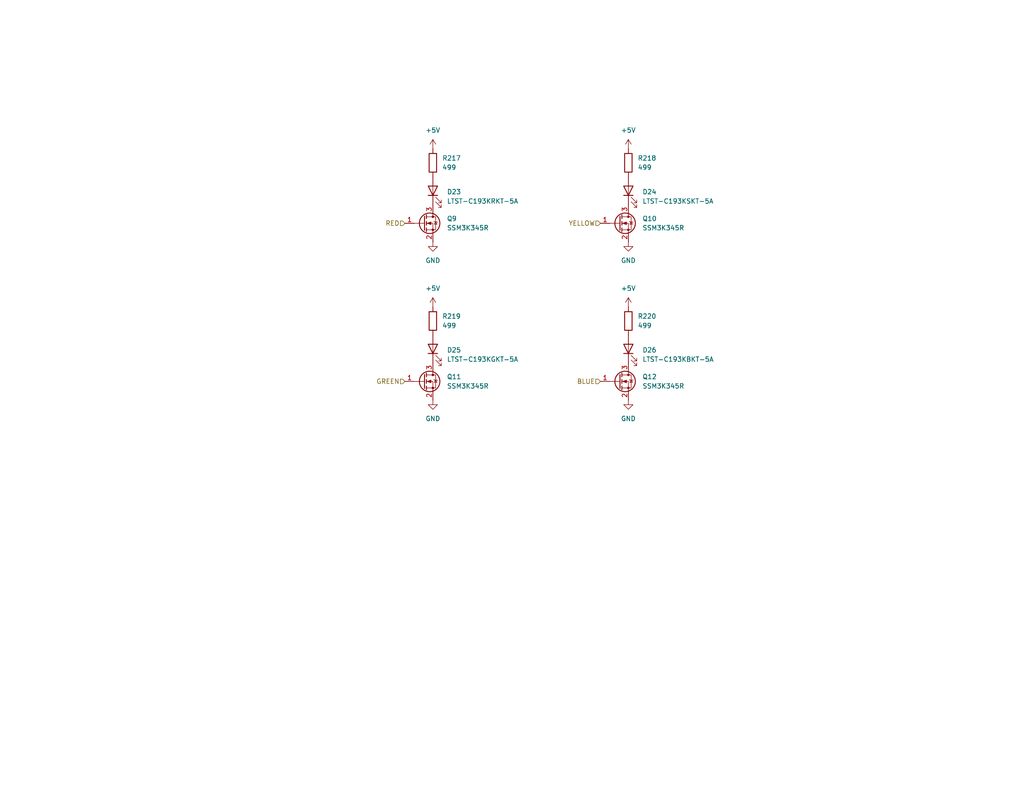
<source format=kicad_sch>
(kicad_sch (version 20231120) (generator "eeschema") (generator_version "8.0")
  (paper "USLetter")
  (title_block (title "QuERI MPU") (date "2024-03-28") (rev "Draft") (company "Noqsi Aerospace Ltd") (comment 1 "15 Blanchard Avenue, Billerica MA 01821") (comment 2 "jpd@noqsi.com"))
  (lib_symbols
    (symbol "LED:IR26-21C_L110_TR8" (pin_numbers hide) (pin_names (offset 1.016) hide)
      (property "Reference" "D" (at 0 2.54 0))
      (property "Value" "IR26-21C_L110_TR8" (at 0 -3.81 0))
      (symbol "IR26-21C_L110_TR8_0_1"
        (polyline (pts (xy -1.27 -1.27) (xy -1.27 1.27)) (stroke (width 0.254)))
        (polyline (pts (xy -1.27 0) (xy 1.27 0)))
        (polyline (pts (xy 1.27 -1.27) (xy 1.27 1.27) (xy -1.27 0) (xy 1.27 -1.27)) (stroke (width 0.254)))
        (polyline (pts (xy -3.048 -0.762) (xy -4.572 -2.286) (xy -3.81 -2.286) (xy -4.572 -2.286) (xy -4.572 -1.524)))
        (polyline (pts (xy -1.778 -0.762) (xy -3.302 -2.286) (xy -2.54 -2.286) (xy -3.302 -2.286) (xy -3.302 -1.524)))
      )
      (symbol "IR26-21C_L110_TR8_1_1"
        (pin passive line (at -3.81 0 0) (length 2.54) (name "K") (number "1"))
        (pin passive line (at 3.81 0 180) (length 2.54) (name "A") (number "2"))
      )
    )
    (symbol "QuERI_symbols:Rlowp" (pin_numbers hide) (pin_names (offset 0))
      (property "Reference" "R" (at 2.032 0 90))
      (property "Value" "Rlowp" (at 0 0 90))
      (symbol "Rlowp_0_1"
        (rectangle (start -1.016 -2.54) (end 1.016 2.54) (stroke (width 0.254)))
      )
      (symbol "Rlowp_1_1"
        (pin passive line (at 0 3.81 270) (length 1.27) (name "~") (number "1"))
        (pin passive line (at 0 -3.81 90) (length 1.27) (name "~") (number "2"))
      )
    )
    (symbol "QuERI_symbols:SSM3K345R" (pin_names hide)
      (property "Reference" "Q" (at 5.08 1.905 0))
      (property "Value" "SSM3K345R" (at 5.08 0 0))
      (symbol "SSM3K345R_0_1"
        (polyline (pts (xy 0.254 0) (xy -2.54 0)))
        (polyline (pts (xy 0.254 1.905) (xy 0.254 -1.905)) (stroke (width 0.254)))
        (polyline (pts (xy 0.762 -1.27) (xy 0.762 -2.286)) (stroke (width 0.254)))
        (polyline (pts (xy 0.762 0.508) (xy 0.762 -0.508)) (stroke (width 0.254)))
        (polyline (pts (xy 0.762 2.286) (xy 0.762 1.27)) (stroke (width 0.254)))
        (polyline (pts (xy 2.54 2.54) (xy 2.54 1.778)))
        (polyline (pts (xy 2.54 -2.54) (xy 2.54 0) (xy 0.762 0)))
        (polyline (pts (xy 0.762 -1.778) (xy 3.302 -1.778) (xy 3.302 1.778) (xy 0.762 1.778)))
        (polyline (pts (xy 1.016 0) (xy 2.032 0.381) (xy 2.032 -0.381) (xy 1.016 0)) (fill (type outline)))
        (polyline (pts (xy 2.794 0.508) (xy 2.921 0.381) (xy 3.683 0.381) (xy 3.81 0.254)))
        (polyline (pts (xy 3.302 0.381) (xy 2.921 -0.254) (xy 3.683 -0.254) (xy 3.302 0.381)))
        (circle (center 1.651 0) (radius 2.794) (stroke (width 0.254)))
        (circle (center 2.54 -1.778) (radius 0.254) (fill (type outline)))
        (circle (center 2.54 1.778) (radius 0.254) (fill (type outline)))
      )
      (symbol "SSM3K345R_1_1"
        (pin input line (at -5.08 0 0) (length 2.54) (name "G") (number "1"))
        (pin passive line (at 2.54 -5.08 90) (length 2.54) (name "S") (number "2"))
        (pin passive line (at 2.54 5.08 270) (length 2.54) (name "D") (number "3"))
      )
    )
    (symbol "power:+5V" (power) (pin_numbers hide) (pin_names (offset 0) hide)
      (property "Value" "+5V" (at 0 3.556 0))
      (symbol "+5V_0_1"
        (polyline (pts (xy -0.762 1.27) (xy 0 2.54)))
        (polyline (pts (xy 0 0) (xy 0 2.54)))
        (polyline (pts (xy 0 2.54) (xy 0.762 1.27)))
      )
      (symbol "+5V_1_1"
        (pin power_in line (at 0 0 90) (length 0) (name "~") (number "1"))
      )
    )
    (symbol "power:GND" (power) (pin_numbers hide) (pin_names (offset 0) hide)
      (property "Value" "GND" (at 0 -3.81 0))
      (symbol "GND_0_1"
        (polyline (pts (xy 0 0) (xy 0 -1.27) (xy 1.27 -1.27) (xy 0 -2.54) (xy -1.27 -1.27) (xy 0 -1.27)))
      )
      (symbol "GND_1_1"
        (pin power_in line (at 0 0 270) (length 0) (name "~") (number "1"))
      )
    )
  )
  (hierarchical_label "BLUE" (shape input) (at 163.83 104.14 180))
  (hierarchical_label "RED" (shape input) (at 110.49 60.96 180))
  (hierarchical_label "GREEN" (shape input) (at 110.49 104.14 180))
  (hierarchical_label "YELLOW" (shape input) (at 163.83 60.96 180))
  (symbol (lib_id "power:+5V") (at 118.11 83.82 0) (unit 1)
    (property "Reference" "#PWR0320" (effects (hide yes)))
    (property "Value" "+5V" (at 118.11 78.74 0))
    (property "Description" "Power symbol creates a global label with name \"+5V\"" (effects (hide yes)))
  )
  (symbol (lib_id "QuERI_symbols:Rlowp") (at 171.45 87.63 0) (unit 1)
    (property "Reference" "R220" (at 173.99 86.3599 0) (effects (justify left)))
    (property "Value" "499" (at 173.99 88.8999 0) (effects (justify left)))
    (property "Footprint" "Resistor_SMD:R_0603_1608Metric" (effects (hide yes)))
    (property "Description" "Resistor" (effects (hide yes)))
    (property "Spec" "1% 1/10W" (effects (hide yes)))
  )
  (symbol (lib_id "LED:IR26-21C_L110_TR8") (at 171.45 95.25 90) (unit 1)
    (property "Reference" "D26" (at 175.26 95.5674 90) (effects (justify right)))
    (property "Value" "LTST-C193KBKT-5A" (at 175.26 98.1074 90) (effects (justify right)))
    (property "Footprint" "LED_SMD:LED_0603_1608Metric" (effects (hide yes)))
    (property "Datasheet" "https://optoelectronics.liteon.com/upload/download/DS22-2005-077/LTST-C193KRKT-5A.PDF" (effects (hide yes)))
    (property "Description" "BLUE LED" (effects (hide yes)))
  )
  (symbol (lib_id "power:+5V") (at 118.11 40.64 0) (unit 1)
    (property "Reference" "#PWR0316" (effects (hide yes)))
    (property "Value" "+5V" (at 118.11 35.56 0))
    (property "Description" "Power symbol creates a global label with name \"+5V\"" (effects (hide yes)))
  )
  (symbol (lib_id "QuERI_symbols:SSM3K345R") (at 168.91 104.14 0) (unit 1)
    (property "Reference" "Q12" (at 175.26 102.8699 0) (effects (justify left)))
    (property "Value" "SSM3K345R" (at 175.26 105.4099 0) (effects (justify left)))
    (property "Footprint" "Package_TO_SOT_SMD:SOT-23" (effects (hide yes)))
    (property "Datasheet" "https://toshiba.semicon-storage.com/info/SSM3K345R_datasheet_en_20221102.pdf?did=55842&prodName=SSM3K345R" (effects (hide yes)))
    (property "Description" "N-Channel MOSFET, SOT-23" (effects (hide yes)))
  )
  (symbol (lib_id "power:GND") (at 171.45 66.04 0) (unit 1)
    (property "Reference" "#PWR0319" (effects (hide yes)))
    (property "Value" "GND" (at 171.45 71.12 0))
    (property "Description" "Power symbol creates a global label with name \"GND\" , ground" (effects (hide yes)))
  )
  (symbol (lib_id "power:GND") (at 171.45 109.22 0) (unit 1)
    (property "Reference" "#PWR0323" (effects (hide yes)))
    (property "Value" "GND" (at 171.45 114.3 0))
    (property "Description" "Power symbol creates a global label with name \"GND\" , ground" (effects (hide yes)))
  )
  (symbol (lib_id "QuERI_symbols:SSM3K345R") (at 168.91 60.96 0) (unit 1)
    (property "Reference" "Q10" (at 175.26 59.6899 0) (effects (justify left)))
    (property "Value" "SSM3K345R" (at 175.26 62.2299 0) (effects (justify left)))
    (property "Footprint" "Package_TO_SOT_SMD:SOT-23" (effects (hide yes)))
    (property "Datasheet" "https://toshiba.semicon-storage.com/info/SSM3K345R_datasheet_en_20221102.pdf?did=55842&prodName=SSM3K345R" (effects (hide yes)))
    (property "Description" "N-Channel MOSFET, SOT-23" (effects (hide yes)))
  )
  (symbol (lib_id "power:+5V") (at 171.45 83.82 0) (unit 1)
    (property "Reference" "#PWR0322" (effects (hide yes)))
    (property "Value" "+5V" (at 171.45 78.74 0))
    (property "Description" "Power symbol creates a global label with name \"+5V\"" (effects (hide yes)))
  )
  (symbol (lib_id "LED:IR26-21C_L110_TR8") (at 118.11 95.25 90) (unit 1)
    (property "Reference" "D25" (at 121.92 95.5674 90) (effects (justify right)))
    (property "Value" "LTST-C193KGKT-5A" (at 121.92 98.1074 90) (effects (justify right)))
    (property "Footprint" "LED_SMD:LED_0603_1608Metric" (effects (hide yes)))
    (property "Datasheet" "https://optoelectronics.liteon.com/upload/download/DS22-2005-077/LTST-C193KRKT-5A.PDF" (effects (hide yes)))
    (property "Description" "GREEN LED" (effects (hide yes)))
  )
  (symbol (lib_id "power:GND") (at 118.11 66.04 0) (unit 1)
    (property "Reference" "#PWR0317" (effects (hide yes)))
    (property "Value" "GND" (at 118.11 71.12 0))
    (property "Description" "Power symbol creates a global label with name \"GND\" , ground" (effects (hide yes)))
  )
  (symbol (lib_id "power:GND") (at 118.11 109.22 0) (unit 1)
    (property "Reference" "#PWR0321" (effects (hide yes)))
    (property "Value" "GND" (at 118.11 114.3 0))
    (property "Description" "Power symbol creates a global label with name \"GND\" , ground" (effects (hide yes)))
  )
  (symbol (lib_id "LED:IR26-21C_L110_TR8") (at 118.11 52.07 90) (unit 1)
    (property "Reference" "D23" (at 121.92 52.3874 90) (effects (justify right)))
    (property "Value" "LTST-C193KRKT-5A" (at 121.92 54.9274 90) (effects (justify right)))
    (property "Footprint" "LED_SMD:LED_0603_1608Metric" (effects (hide yes)))
    (property "Datasheet" "https://optoelectronics.liteon.com/upload/download/DS22-2005-077/LTST-C193KRKT-5A.PDF" (effects (hide yes)))
    (property "Description" "RED LED" (effects (hide yes)))
  )
  (symbol (lib_id "QuERI_symbols:Rlowp") (at 118.11 87.63 0) (unit 1)
    (property "Reference" "R219" (at 120.65 86.3599 0) (effects (justify left)))
    (property "Value" "499" (at 120.65 88.8999 0) (effects (justify left)))
    (property "Footprint" "Resistor_SMD:R_0603_1608Metric" (effects (hide yes)))
    (property "Description" "Resistor" (effects (hide yes)))
    (property "Spec" "1% 1/10W" (effects (hide yes)))
  )
  (symbol (lib_id "power:+5V") (at 171.45 40.64 0) (unit 1)
    (property "Reference" "#PWR0318" (effects (hide yes)))
    (property "Value" "+5V" (at 171.45 35.56 0))
    (property "Description" "Power symbol creates a global label with name \"+5V\"" (effects (hide yes)))
  )
  (symbol (lib_id "QuERI_symbols:Rlowp") (at 171.45 44.45 0) (unit 1)
    (property "Reference" "R218" (at 173.99 43.1799 0) (effects (justify left)))
    (property "Value" "499" (at 173.99 45.7199 0) (effects (justify left)))
    (property "Footprint" "Resistor_SMD:R_0603_1608Metric" (effects (hide yes)))
    (property "Description" "Resistor" (effects (hide yes)))
    (property "Spec" "1% 1/10W" (effects (hide yes)))
  )
  (symbol (lib_id "LED:IR26-21C_L110_TR8") (at 171.45 52.07 90) (unit 1)
    (property "Reference" "D24" (at 175.26 52.3874 90) (effects (justify right)))
    (property "Value" "LTST-C193KSKT-5A" (at 175.26 54.9274 90) (effects (justify right)))
    (property "Footprint" "LED_SMD:LED_0603_1608Metric" (effects (hide yes)))
    (property "Datasheet" "https://optoelectronics.liteon.com/upload/download/DS22-2005-077/LTST-C193KRKT-5A.PDF" (effects (hide yes)))
    (property "Description" "YELLOW LED" (effects (hide yes)))
  )
  (symbol (lib_id "QuERI_symbols:SSM3K345R") (at 115.57 60.96 0) (unit 1)
    (property "Reference" "Q9" (at 121.92 59.6899 0) (effects (justify left)))
    (property "Value" "SSM3K345R" (at 121.92 62.2299 0) (effects (justify left)))
    (property "Footprint" "Package_TO_SOT_SMD:SOT-23" (effects (hide yes)))
    (property "Datasheet" "https://toshiba.semicon-storage.com/info/SSM3K345R_datasheet_en_20221102.pdf?did=55842&prodName=SSM3K345R" (effects (hide yes)))
    (property "Description" "N-Channel MOSFET, SOT-23" (effects (hide yes)))
  )
  (symbol (lib_id "QuERI_symbols:Rlowp") (at 118.11 44.45 0) (unit 1)
    (property "Reference" "R217" (at 120.65 43.1799 0) (effects (justify left)))
    (property "Value" "499" (at 120.65 45.7199 0) (effects (justify left)))
    (property "Footprint" "Resistor_SMD:R_0603_1608Metric" (effects (hide yes)))
    (property "Description" "Resistor" (effects (hide yes)))
    (property "Spec" "1% 1/10W" (effects (hide yes)))
  )
  (symbol (lib_id "QuERI_symbols:SSM3K345R") (at 115.57 104.14 0) (unit 1)
    (property "Reference" "Q11" (at 121.92 102.8699 0) (effects (justify left)))
    (property "Value" "SSM3K345R" (at 121.92 105.4099 0) (effects (justify left)))
    (property "Footprint" "Package_TO_SOT_SMD:SOT-23" (effects (hide yes)))
    (property "Datasheet" "https://toshiba.semicon-storage.com/info/SSM3K345R_datasheet_en_20221102.pdf?did=55842&prodName=SSM3K345R" (effects (hide yes)))
    (property "Description" "N-Channel MOSFET, SOT-23" (effects (hide yes)))
  )
)
</source>
